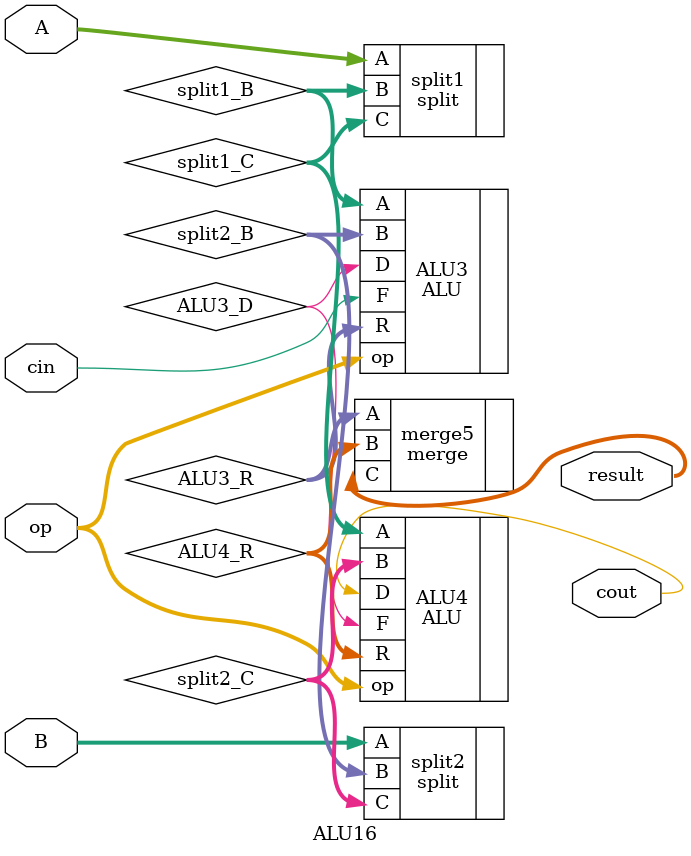
<source format=v>
module ALU16(
	A,
	B,
	cin,
	op,
	result,
	cout);

	//---Ports declearation: generated by Robei---
	input [15:0] A;
	input [15:0] B;
	input cin;
	input [3:0] op;
	output [15:0] result;
	output cout;

	wire [15:0] A;
	wire [15:0] B;
	wire cin;
	wire [3:0] op;
	wire [15:0] result;
	wire cout;
	wire [7:0] split1_B;
	wire [7:0] split2_B;
	wire [7:0] split1_C;
	wire [7:0] split2_C;
	wire [7:0] ALU4_R;
	wire [7:0] ALU3_R;
	wire ALU3_D;

	//----Code starts here: integrated by Robei-----
	
	
	
	
	//---Module instantiation---
	split split1(
		.A(A),
		.B(split1_B),
		.C(split1_C));

	split split2(
		.A(B),
		.B(split2_B),
		.C(split2_C));

	ALU ALU3(
		.A(split1_B),
		.B(split2_B),
		.op(op),
		.F(cin),
		.R(ALU3_R),
		.D(ALU3_D));

	ALU ALU4(
		.A(split1_C),
		.B(split2_C),
		.op(op),
		.F(ALU3_D),
		.R(ALU4_R),
		.D(cout));

	merge merge5(
		.A(ALU3_R),
		.B(ALU4_R),
		.C(result));

endmodule    //ALU16


</source>
